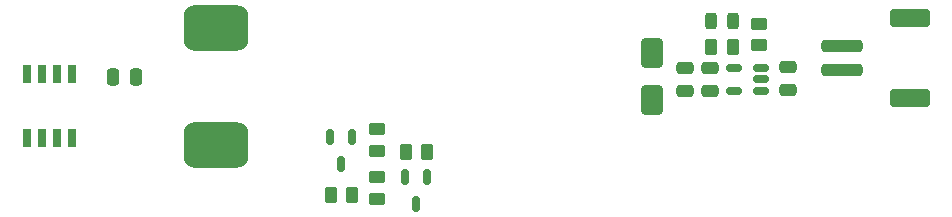
<source format=gbp>
G04 #@! TF.GenerationSoftware,KiCad,Pcbnew,8.0.0*
G04 #@! TF.CreationDate,2024-10-21T16:28:35+02:00*
G04 #@! TF.ProjectId,BatteryBridge,42617474-6572-4794-9272-696467652e6b,rev?*
G04 #@! TF.SameCoordinates,Original*
G04 #@! TF.FileFunction,Paste,Bot*
G04 #@! TF.FilePolarity,Positive*
%FSLAX46Y46*%
G04 Gerber Fmt 4.6, Leading zero omitted, Abs format (unit mm)*
G04 Created by KiCad (PCBNEW 8.0.0) date 2024-10-21 16:28:35*
%MOMM*%
%LPD*%
G01*
G04 APERTURE LIST*
G04 Aperture macros list*
%AMRoundRect*
0 Rectangle with rounded corners*
0 $1 Rounding radius*
0 $2 $3 $4 $5 $6 $7 $8 $9 X,Y pos of 4 corners*
0 Add a 4 corners polygon primitive as box body*
4,1,4,$2,$3,$4,$5,$6,$7,$8,$9,$2,$3,0*
0 Add four circle primitives for the rounded corners*
1,1,$1+$1,$2,$3*
1,1,$1+$1,$4,$5*
1,1,$1+$1,$6,$7*
1,1,$1+$1,$8,$9*
0 Add four rect primitives between the rounded corners*
20,1,$1+$1,$2,$3,$4,$5,0*
20,1,$1+$1,$4,$5,$6,$7,0*
20,1,$1+$1,$6,$7,$8,$9,0*
20,1,$1+$1,$8,$9,$2,$3,0*%
G04 Aperture macros list end*
%ADD10RoundRect,0.250000X-0.475000X0.250000X-0.475000X-0.250000X0.475000X-0.250000X0.475000X0.250000X0*%
%ADD11RoundRect,0.150000X-0.150000X0.512500X-0.150000X-0.512500X0.150000X-0.512500X0.150000X0.512500X0*%
%ADD12RoundRect,0.150000X0.512500X0.150000X-0.512500X0.150000X-0.512500X-0.150000X0.512500X-0.150000X0*%
%ADD13RoundRect,0.250000X-0.262500X-0.450000X0.262500X-0.450000X0.262500X0.450000X-0.262500X0.450000X0*%
%ADD14RoundRect,0.250000X0.262500X0.450000X-0.262500X0.450000X-0.262500X-0.450000X0.262500X-0.450000X0*%
%ADD15RoundRect,0.250000X-0.450000X0.262500X-0.450000X-0.262500X0.450000X-0.262500X0.450000X0.262500X0*%
%ADD16RoundRect,0.250000X0.650000X-1.000000X0.650000X1.000000X-0.650000X1.000000X-0.650000X-1.000000X0*%
%ADD17RoundRect,0.962500X1.787500X0.962500X-1.787500X0.962500X-1.787500X-0.962500X1.787500X-0.962500X0*%
%ADD18R,0.700000X1.525000*%
%ADD19RoundRect,0.250000X0.250000X0.475000X-0.250000X0.475000X-0.250000X-0.475000X0.250000X-0.475000X0*%
%ADD20RoundRect,0.250000X-1.500000X0.250000X-1.500000X-0.250000X1.500000X-0.250000X1.500000X0.250000X0*%
%ADD21RoundRect,0.250001X-1.449999X0.499999X-1.449999X-0.499999X1.449999X-0.499999X1.449999X0.499999X0*%
%ADD22RoundRect,0.243750X0.243750X0.456250X-0.243750X0.456250X-0.243750X-0.456250X0.243750X-0.456250X0*%
G04 APERTURE END LIST*
D10*
X139023300Y-83480800D03*
X139023300Y-85380800D03*
D11*
X106593600Y-92791700D03*
X108493600Y-92791700D03*
X107543600Y-95066700D03*
D12*
X136776000Y-83571000D03*
X136776000Y-84521000D03*
X136776000Y-85471000D03*
X134501000Y-85471000D03*
X134501000Y-83571000D03*
D13*
X100306500Y-94268000D03*
X102131500Y-94268000D03*
X132522800Y-81738400D03*
X134347800Y-81738400D03*
D14*
X108481500Y-90678000D03*
X106656500Y-90678000D03*
D15*
X104267000Y-92813500D03*
X104267000Y-94638500D03*
D16*
X127550000Y-86250000D03*
X127550000Y-82250000D03*
D17*
X90600000Y-80125000D03*
X90600000Y-90075000D03*
D18*
X74595000Y-84088000D03*
X75865000Y-84088000D03*
X77135000Y-84088000D03*
X78405000Y-84088000D03*
X78405000Y-89512000D03*
X77135000Y-89512000D03*
X75865000Y-89512000D03*
X74595000Y-89512000D03*
D19*
X83820000Y-84300000D03*
X81920000Y-84300000D03*
D10*
X132470100Y-83582400D03*
X132470100Y-85482400D03*
X130336500Y-83582400D03*
X130336500Y-85482400D03*
D15*
X136584900Y-79809900D03*
X136584900Y-81634900D03*
D20*
X143606400Y-81702400D03*
X143606400Y-83702400D03*
D21*
X149356400Y-79352400D03*
X149356400Y-86052400D03*
D15*
X104267000Y-88749500D03*
X104267000Y-90574500D03*
D22*
X134423600Y-79604800D03*
X132548600Y-79604800D03*
D11*
X100243600Y-89388100D03*
X102143600Y-89388100D03*
X101193600Y-91663100D03*
M02*

</source>
